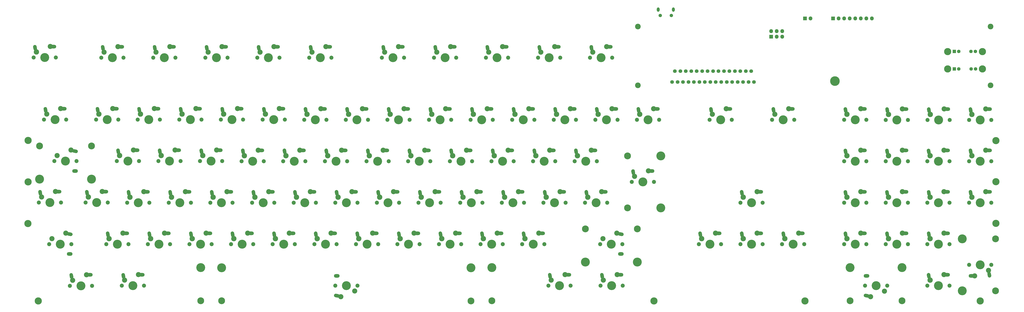
<source format=gbs>
%TF.GenerationSoftware,KiCad,Pcbnew,(5.1.6-0)*%
%TF.CreationDate,2022-03-27T21:26:03+02:00*%
%TF.ProjectId,A500KB,41353030-4b42-42e6-9b69-6361645f7063,rev?*%
%TF.SameCoordinates,Original*%
%TF.FileFunction,Soldermask,Bot*%
%TF.FilePolarity,Negative*%
%FSLAX46Y46*%
G04 Gerber Fmt 4.6, Leading zero omitted, Abs format (unit mm)*
G04 Created by KiCad (PCBNEW (5.1.6-0)) date 2022-03-27 21:26:03*
%MOMM*%
%LPD*%
G01*
G04 APERTURE LIST*
%ADD10O,2.624000X1.624000*%
%ADD11C,2.350000*%
%ADD12C,3.148000*%
%ADD13C,4.087800*%
%ADD14C,1.850000*%
%ADD15O,1.300000X2.000000*%
%ADD16C,1.550000*%
%ADD17C,4.400000*%
%ADD18C,2.600000*%
%ADD19C,3.300000*%
%ADD20C,2.450000*%
%ADD21C,1.600000*%
%ADD22R,1.600000X1.600000*%
%ADD23O,1.800000X1.800000*%
%ADD24R,1.800000X1.800000*%
%ADD25C,1.700000*%
G04 APERTURE END LIST*
%TO.C,MX33*%
G36*
G01*
X170537709Y-355797545D02*
X170537709Y-355797545D01*
G75*
G02*
X169585691Y-356439689I-797081J154937D01*
G01*
X168604063Y-356248881D01*
G75*
G02*
X167961919Y-355296863I154937J797081D01*
G01*
X167961919Y-355296863D01*
G75*
G02*
X168913937Y-354654719I797081J-154937D01*
G01*
X169895565Y-354845527D01*
G75*
G02*
X170537709Y-355797545I-154937J-797081D01*
G01*
G37*
D10*
X169259000Y-346451800D03*
D11*
X171069000Y-356031800D03*
X177469000Y-353441800D03*
D12*
X116534000Y-357936800D03*
D13*
X116534000Y-342746800D03*
X230709000Y-342751800D03*
D12*
X230709000Y-357951800D03*
D13*
X106934000Y-342696800D03*
X240284000Y-342696800D03*
D12*
X106934000Y-357936800D03*
X240284000Y-357936800D03*
D14*
X168529000Y-350951800D03*
X178689000Y-350951800D03*
D13*
X173609000Y-350951800D03*
%TD*%
D15*
%TO.C,J2*%
X316450000Y-224150000D03*
X323450000Y-224150000D03*
D16*
X317450000Y-226850000D03*
X322450000Y-226850000D03*
%TD*%
D17*
%TO.C,H19*%
X397450000Y-257000000D03*
%TD*%
D18*
%TO.C,H18*%
X468700000Y-231950000D03*
%TD*%
%TO.C,H17*%
X468700000Y-258950000D03*
%TD*%
%TO.C,H16*%
X307200000Y-231950000D03*
%TD*%
%TO.C,H15*%
X307200000Y-258950000D03*
%TD*%
D19*
%TO.C,H14*%
X463950000Y-358000000D03*
%TD*%
%TO.C,H13*%
X32500000Y-358000000D03*
%TD*%
%TO.C,H12*%
X471200000Y-322350000D03*
%TD*%
%TO.C,H11*%
X471200000Y-303200000D03*
%TD*%
%TO.C,H10*%
X471200000Y-284300000D03*
%TD*%
%TO.C,H9*%
X383700000Y-358000000D03*
%TD*%
%TO.C,H8*%
X314500000Y-358000000D03*
%TD*%
%TO.C,H7*%
X27800000Y-322400000D03*
%TD*%
%TO.C,H6*%
X27850000Y-303250000D03*
%TD*%
%TO.C,H5*%
X27850000Y-284200000D03*
%TD*%
%TO.C,H4*%
X464950000Y-243400000D03*
%TD*%
%TO.C,H3*%
X449050000Y-243400000D03*
%TD*%
%TO.C,H2*%
X449084000Y-251375000D03*
%TD*%
%TO.C,H1*%
X464950000Y-251375000D03*
%TD*%
D10*
%TO.C,MX55*%
X239661200Y-269726400D03*
G36*
G01*
X231020198Y-268926736D02*
X231020198Y-268926736D01*
G75*
G02*
X231960864Y-269585398I141002J-799664D01*
G01*
X232134512Y-270570206D01*
G75*
G02*
X231475850Y-271510872I-799664J-141002D01*
G01*
X231475850Y-271510872D01*
G75*
G02*
X230535184Y-270852210I-141002J799664D01*
G01*
X230361536Y-269867402D01*
G75*
G02*
X231020198Y-268926736I799664J141002D01*
G01*
G37*
D11*
X238201200Y-269646400D03*
D13*
X235661200Y-274726400D03*
D20*
X231851200Y-272186400D03*
D14*
X230581200Y-274726400D03*
X240741200Y-274726400D03*
%TD*%
%TO.C,MX83*%
G36*
G01*
X413202959Y-355797545D02*
X413202959Y-355797545D01*
G75*
G02*
X412250941Y-356439689I-797081J154937D01*
G01*
X411269313Y-356248881D01*
G75*
G02*
X410627169Y-355296863I154937J797081D01*
G01*
X410627169Y-355296863D01*
G75*
G02*
X411579187Y-354654719I797081J-154937D01*
G01*
X412560815Y-354845527D01*
G75*
G02*
X413202959Y-355797545I-154937J-797081D01*
G01*
G37*
D10*
X411924250Y-346451800D03*
D11*
X413734250Y-356031800D03*
D13*
X416274250Y-350951800D03*
D11*
X420084250Y-353491800D03*
D14*
X421354250Y-350951800D03*
X411194250Y-350951800D03*
D12*
X428180500Y-357936800D03*
X404368000Y-357936800D03*
D13*
X428180500Y-342696800D03*
X404368000Y-342696800D03*
%TD*%
D10*
%TO.C,MX87*%
X429784400Y-326898000D03*
G36*
G01*
X421143398Y-326098336D02*
X421143398Y-326098336D01*
G75*
G02*
X422084064Y-326756998I141002J-799664D01*
G01*
X422257712Y-327741806D01*
G75*
G02*
X421599050Y-328682472I-799664J-141002D01*
G01*
X421599050Y-328682472D01*
G75*
G02*
X420658384Y-328023810I-141002J799664D01*
G01*
X420484736Y-327039002D01*
G75*
G02*
X421143398Y-326098336I799664J141002D01*
G01*
G37*
D11*
X428324400Y-326818000D03*
D13*
X425784400Y-331898000D03*
D20*
X421974400Y-329358000D03*
D14*
X420704400Y-331898000D03*
X430864400Y-331898000D03*
%TD*%
%TO.C,MX3*%
G36*
G01*
X48048341Y-288905255D02*
X48048341Y-288905255D01*
G75*
G02*
X49000359Y-288263111I797081J-154937D01*
G01*
X49981987Y-288453919D01*
G75*
G02*
X50624131Y-289405937I-154937J-797081D01*
G01*
X50624131Y-289405937D01*
G75*
G02*
X49672113Y-290048081I-797081J154937D01*
G01*
X48690485Y-289857273D01*
G75*
G02*
X48048341Y-288905255I154937J797081D01*
G01*
G37*
D10*
X49327050Y-298251000D03*
D11*
X47517050Y-288671000D03*
D13*
X44977050Y-293751000D03*
D11*
X41167050Y-291211000D03*
D14*
X39897050Y-293751000D03*
X50057050Y-293751000D03*
D12*
X33070800Y-286766000D03*
X56883300Y-286766000D03*
D13*
X33070800Y-302006000D03*
X56883300Y-302006000D03*
%TD*%
D21*
%TO.C,D4*%
X461832000Y-251375000D03*
X459782000Y-251375000D03*
D22*
X452132000Y-251375000D03*
D21*
X454182000Y-251375000D03*
%TD*%
%TO.C,D3*%
X461784000Y-243374000D03*
X459734000Y-243374000D03*
D22*
X452084000Y-243374000D03*
D21*
X454134000Y-243374000D03*
%TD*%
D23*
%TO.C,J5*%
X386240000Y-228200000D03*
D24*
X383700000Y-228200000D03*
%TD*%
D23*
%TO.C,J4*%
X414380000Y-228200000D03*
X411840000Y-228200000D03*
X409300000Y-228200000D03*
X406760000Y-228200000D03*
X404220000Y-228200000D03*
X401680000Y-228200000D03*
X399140000Y-228200000D03*
D24*
X396600000Y-228200000D03*
%TD*%
D23*
%TO.C,J3*%
X373280000Y-234060000D03*
X373280000Y-236600000D03*
X370740000Y-234060000D03*
X370740000Y-236600000D03*
X368200000Y-234060000D03*
D24*
X368200000Y-236600000D03*
%TD*%
D10*
%TO.C,MX96*%
X459981800Y-346426800D03*
G36*
G01*
X468372802Y-347226464D02*
X468372802Y-347226464D01*
G75*
G02*
X467432136Y-346567802I-141002J799664D01*
G01*
X467258488Y-345582994D01*
G75*
G02*
X467917150Y-344642328I799664J141002D01*
G01*
X467917150Y-344642328D01*
G75*
G02*
X468857816Y-345300990I141002J-799664D01*
G01*
X469031464Y-346285798D01*
G75*
G02*
X468372802Y-347226464I-799664J-141002D01*
G01*
G37*
D12*
X470966800Y-353364800D03*
X470966800Y-329488800D03*
D14*
X458901800Y-341426800D03*
X469061800Y-341426800D03*
D11*
X467791800Y-343966800D03*
D13*
X463981800Y-341426800D03*
D11*
X461441800Y-346506800D03*
D13*
X455726800Y-353364800D03*
X455726800Y-329488800D03*
%TD*%
D10*
%TO.C,MX71*%
X313452400Y-298297600D03*
G36*
G01*
X304811398Y-297497936D02*
X304811398Y-297497936D01*
G75*
G02*
X305752064Y-298156598I141002J-799664D01*
G01*
X305925712Y-299141406D01*
G75*
G02*
X305267050Y-300082072I-799664J-141002D01*
G01*
X305267050Y-300082072D01*
G75*
G02*
X304326384Y-299423410I-141002J799664D01*
G01*
X304152736Y-298438602D01*
G75*
G02*
X304811398Y-297497936I799664J141002D01*
G01*
G37*
D11*
X311992400Y-298217600D03*
D13*
X309452400Y-303297600D03*
D11*
X305642400Y-300757600D03*
D14*
X304372400Y-303297600D03*
X314532400Y-303297600D03*
D12*
X302467400Y-315235600D03*
X302467400Y-291359600D03*
D13*
X317707400Y-315235600D03*
X317707400Y-291359600D03*
%TD*%
%TO.C,MX68*%
G36*
G01*
X298066891Y-327030655D02*
X298066891Y-327030655D01*
G75*
G02*
X299018909Y-326388511I797081J-154937D01*
G01*
X300000537Y-326579319D01*
G75*
G02*
X300642681Y-327531337I-154937J-797081D01*
G01*
X300642681Y-327531337D01*
G75*
G02*
X299690663Y-328173481I-797081J154937D01*
G01*
X298709035Y-327982673D01*
G75*
G02*
X298066891Y-327030655I154937J797081D01*
G01*
G37*
D10*
X299345600Y-336376400D03*
D11*
X297535600Y-326796400D03*
D13*
X294995600Y-331876400D03*
D11*
X291185600Y-329336400D03*
D14*
X289915600Y-331876400D03*
X300075600Y-331876400D03*
D12*
X283089350Y-324891400D03*
X306901850Y-324891400D03*
D13*
X283089350Y-340131400D03*
X306901850Y-340131400D03*
%TD*%
D10*
%TO.C,MX77*%
X377714400Y-269748000D03*
G36*
G01*
X369073398Y-268948336D02*
X369073398Y-268948336D01*
G75*
G02*
X370014064Y-269606998I141002J-799664D01*
G01*
X370187712Y-270591806D01*
G75*
G02*
X369529050Y-271532472I-799664J-141002D01*
G01*
X369529050Y-271532472D01*
G75*
G02*
X368588384Y-270873810I-141002J799664D01*
G01*
X368414736Y-269889002D01*
G75*
G02*
X369073398Y-268948336I799664J141002D01*
G01*
G37*
D11*
X376254400Y-269668000D03*
D13*
X373714400Y-274748000D03*
D11*
X369904400Y-272208000D03*
D14*
X368634400Y-274748000D03*
X378794400Y-274748000D03*
%TD*%
D10*
%TO.C,MX73*%
X349114000Y-269748000D03*
G36*
G01*
X340472998Y-268948336D02*
X340472998Y-268948336D01*
G75*
G02*
X341413664Y-269606998I141002J-799664D01*
G01*
X341587312Y-270591806D01*
G75*
G02*
X340928650Y-271532472I-799664J-141002D01*
G01*
X340928650Y-271532472D01*
G75*
G02*
X339987984Y-270873810I-141002J799664D01*
G01*
X339814336Y-269889002D01*
G75*
G02*
X340472998Y-268948336I799664J141002D01*
G01*
G37*
D11*
X347654000Y-269668000D03*
D13*
X345114000Y-274748000D03*
D11*
X341304000Y-272208000D03*
D14*
X340034000Y-274748000D03*
X350194000Y-274748000D03*
%TD*%
%TO.C,MX64*%
G36*
G01*
X290536598Y-345148336D02*
X290536598Y-345148336D01*
G75*
G02*
X291477264Y-345806998I141002J-799664D01*
G01*
X291650912Y-346791806D01*
G75*
G02*
X290992250Y-347732472I-799664J-141002D01*
G01*
X290992250Y-347732472D01*
G75*
G02*
X290051584Y-347073810I-141002J799664D01*
G01*
X289877936Y-346089002D01*
G75*
G02*
X290536598Y-345148336I799664J141002D01*
G01*
G37*
D10*
X299177600Y-345948000D03*
D11*
X297717600Y-345868000D03*
D13*
X295177600Y-350948000D03*
D11*
X291367600Y-348408000D03*
D14*
X290097600Y-350948000D03*
X300257600Y-350948000D03*
%TD*%
%TO.C,MX59*%
G36*
G01*
X266660598Y-345148336D02*
X266660598Y-345148336D01*
G75*
G02*
X267601264Y-345806998I141002J-799664D01*
G01*
X267774912Y-346791806D01*
G75*
G02*
X267116250Y-347732472I-799664J-141002D01*
G01*
X267116250Y-347732472D01*
G75*
G02*
X266175584Y-347073810I-141002J799664D01*
G01*
X266001936Y-346089002D01*
G75*
G02*
X266660598Y-345148336I799664J141002D01*
G01*
G37*
D10*
X275301600Y-345948000D03*
D11*
X273841600Y-345868000D03*
D13*
X271301600Y-350948000D03*
D11*
X267491600Y-348408000D03*
D14*
X266221600Y-350948000D03*
X276381600Y-350948000D03*
%TD*%
%TO.C,MX54*%
G36*
G01*
X285680998Y-240427936D02*
X285680998Y-240427936D01*
G75*
G02*
X286621664Y-241086598I141002J-799664D01*
G01*
X286795312Y-242071406D01*
G75*
G02*
X286136650Y-243012072I-799664J-141002D01*
G01*
X286136650Y-243012072D01*
G75*
G02*
X285195984Y-242353410I-141002J799664D01*
G01*
X285022336Y-241368602D01*
G75*
G02*
X285680998Y-240427936I799664J141002D01*
G01*
G37*
D10*
X294322000Y-241227600D03*
D11*
X292862000Y-241147600D03*
D13*
X290322000Y-246227600D03*
D11*
X286512000Y-243687600D03*
D14*
X285242000Y-246227600D03*
X295402000Y-246227600D03*
%TD*%
%TO.C,MX49*%
G36*
G01*
X261876998Y-240449536D02*
X261876998Y-240449536D01*
G75*
G02*
X262817664Y-241108198I141002J-799664D01*
G01*
X262991312Y-242093006D01*
G75*
G02*
X262332650Y-243033672I-799664J-141002D01*
G01*
X262332650Y-243033672D01*
G75*
G02*
X261391984Y-242375010I-141002J799664D01*
G01*
X261218336Y-241390202D01*
G75*
G02*
X261876998Y-240449536I799664J141002D01*
G01*
G37*
D10*
X270518000Y-241249200D03*
D11*
X269058000Y-241169200D03*
D13*
X266518000Y-246249200D03*
D11*
X262708000Y-243709200D03*
D14*
X261438000Y-246249200D03*
X271598000Y-246249200D03*
%TD*%
%TO.C,MX44*%
G36*
G01*
X238030598Y-240427936D02*
X238030598Y-240427936D01*
G75*
G02*
X238971264Y-241086598I141002J-799664D01*
G01*
X239144912Y-242071406D01*
G75*
G02*
X238486250Y-243012072I-799664J-141002D01*
G01*
X238486250Y-243012072D01*
G75*
G02*
X237545584Y-242353410I-141002J799664D01*
G01*
X237371936Y-241368602D01*
G75*
G02*
X238030598Y-240427936I799664J141002D01*
G01*
G37*
D10*
X246671600Y-241227600D03*
D11*
X245211600Y-241147600D03*
D13*
X242671600Y-246227600D03*
D11*
X238861600Y-243687600D03*
D14*
X237591600Y-246227600D03*
X247751600Y-246227600D03*
%TD*%
%TO.C,MX39*%
G36*
G01*
X214205398Y-240427936D02*
X214205398Y-240427936D01*
G75*
G02*
X215146064Y-241086598I141002J-799664D01*
G01*
X215319712Y-242071406D01*
G75*
G02*
X214661050Y-243012072I-799664J-141002D01*
G01*
X214661050Y-243012072D01*
G75*
G02*
X213720384Y-242353410I-141002J799664D01*
G01*
X213546736Y-241368602D01*
G75*
G02*
X214205398Y-240427936I799664J141002D01*
G01*
G37*
D10*
X222846400Y-241227600D03*
D11*
X221386400Y-241147600D03*
D13*
X218846400Y-246227600D03*
D11*
X215036400Y-243687600D03*
D14*
X213766400Y-246227600D03*
X223926400Y-246227600D03*
%TD*%
%TO.C,MX34*%
G36*
G01*
X190380198Y-240427936D02*
X190380198Y-240427936D01*
G75*
G02*
X191320864Y-241086598I141002J-799664D01*
G01*
X191494512Y-242071406D01*
G75*
G02*
X190835850Y-243012072I-799664J-141002D01*
G01*
X190835850Y-243012072D01*
G75*
G02*
X189895184Y-242353410I-141002J799664D01*
G01*
X189721536Y-241368602D01*
G75*
G02*
X190380198Y-240427936I799664J141002D01*
G01*
G37*
D10*
X199021200Y-241227600D03*
D11*
X197561200Y-241147600D03*
D13*
X195021200Y-246227600D03*
D11*
X191211200Y-243687600D03*
D14*
X189941200Y-246227600D03*
X200101200Y-246227600D03*
%TD*%
%TO.C,MX28*%
G36*
G01*
X157106198Y-240427936D02*
X157106198Y-240427936D01*
G75*
G02*
X158046864Y-241086598I141002J-799664D01*
G01*
X158220512Y-242071406D01*
G75*
G02*
X157561850Y-243012072I-799664J-141002D01*
G01*
X157561850Y-243012072D01*
G75*
G02*
X156621184Y-242353410I-141002J799664D01*
G01*
X156447536Y-241368602D01*
G75*
G02*
X157106198Y-240427936I799664J141002D01*
G01*
G37*
D10*
X165747200Y-241227600D03*
D11*
X164287200Y-241147600D03*
D13*
X161747200Y-246227600D03*
D11*
X157937200Y-243687600D03*
D14*
X156667200Y-246227600D03*
X166827200Y-246227600D03*
%TD*%
%TO.C,MX23*%
G36*
G01*
X133280998Y-240427936D02*
X133280998Y-240427936D01*
G75*
G02*
X134221664Y-241086598I141002J-799664D01*
G01*
X134395312Y-242071406D01*
G75*
G02*
X133736650Y-243012072I-799664J-141002D01*
G01*
X133736650Y-243012072D01*
G75*
G02*
X132795984Y-242353410I-141002J799664D01*
G01*
X132622336Y-241368602D01*
G75*
G02*
X133280998Y-240427936I799664J141002D01*
G01*
G37*
D10*
X141922000Y-241227600D03*
D11*
X140462000Y-241147600D03*
D13*
X137922000Y-246227600D03*
D11*
X134112000Y-243687600D03*
D14*
X132842000Y-246227600D03*
X143002000Y-246227600D03*
%TD*%
%TO.C,MX18*%
G36*
G01*
X109455798Y-240427936D02*
X109455798Y-240427936D01*
G75*
G02*
X110396464Y-241086598I141002J-799664D01*
G01*
X110570112Y-242071406D01*
G75*
G02*
X109911450Y-243012072I-799664J-141002D01*
G01*
X109911450Y-243012072D01*
G75*
G02*
X108970784Y-242353410I-141002J799664D01*
G01*
X108797136Y-241368602D01*
G75*
G02*
X109455798Y-240427936I799664J141002D01*
G01*
G37*
D10*
X118096800Y-241227600D03*
D11*
X116636800Y-241147600D03*
D13*
X114096800Y-246227600D03*
D11*
X110286800Y-243687600D03*
D14*
X109016800Y-246227600D03*
X119176800Y-246227600D03*
%TD*%
%TO.C,MX13*%
G36*
G01*
X85630598Y-240427936D02*
X85630598Y-240427936D01*
G75*
G02*
X86571264Y-241086598I141002J-799664D01*
G01*
X86744912Y-242071406D01*
G75*
G02*
X86086250Y-243012072I-799664J-141002D01*
G01*
X86086250Y-243012072D01*
G75*
G02*
X85145584Y-242353410I-141002J799664D01*
G01*
X84971936Y-241368602D01*
G75*
G02*
X85630598Y-240427936I799664J141002D01*
G01*
G37*
D10*
X94271600Y-241227600D03*
D11*
X92811600Y-241147600D03*
D13*
X90271600Y-246227600D03*
D11*
X86461600Y-243687600D03*
D14*
X85191600Y-246227600D03*
X95351600Y-246227600D03*
%TD*%
%TO.C,MX12*%
G36*
G01*
X71254198Y-345177536D02*
X71254198Y-345177536D01*
G75*
G02*
X72194864Y-345836198I141002J-799664D01*
G01*
X72368512Y-346821006D01*
G75*
G02*
X71709850Y-347761672I-799664J-141002D01*
G01*
X71709850Y-347761672D01*
G75*
G02*
X70769184Y-347103010I-141002J799664D01*
G01*
X70595536Y-346118202D01*
G75*
G02*
X71254198Y-345177536I799664J141002D01*
G01*
G37*
D10*
X79895200Y-345977200D03*
D11*
X78435200Y-345897200D03*
D13*
X75895200Y-350977200D03*
D11*
X72085200Y-348437200D03*
D14*
X70815200Y-350977200D03*
X80975200Y-350977200D03*
%TD*%
%TO.C,MX7*%
G36*
G01*
X61856198Y-240427936D02*
X61856198Y-240427936D01*
G75*
G02*
X62796864Y-241086598I141002J-799664D01*
G01*
X62970512Y-242071406D01*
G75*
G02*
X62311850Y-243012072I-799664J-141002D01*
G01*
X62311850Y-243012072D01*
G75*
G02*
X61371184Y-242353410I-141002J799664D01*
G01*
X61197536Y-241368602D01*
G75*
G02*
X61856198Y-240427936I799664J141002D01*
G01*
G37*
D10*
X70497200Y-241227600D03*
D11*
X69037200Y-241147600D03*
D13*
X66497200Y-246227600D03*
D11*
X62687200Y-243687600D03*
D14*
X61417200Y-246227600D03*
X71577200Y-246227600D03*
%TD*%
%TO.C,MX6*%
G36*
G01*
X47450198Y-345199136D02*
X47450198Y-345199136D01*
G75*
G02*
X48390864Y-345857798I141002J-799664D01*
G01*
X48564512Y-346842606D01*
G75*
G02*
X47905850Y-347783272I-799664J-141002D01*
G01*
X47905850Y-347783272D01*
G75*
G02*
X46965184Y-347124610I-141002J799664D01*
G01*
X46791536Y-346139802D01*
G75*
G02*
X47450198Y-345199136I799664J141002D01*
G01*
G37*
D10*
X56091200Y-345998800D03*
D11*
X54631200Y-345918800D03*
D13*
X52091200Y-350998800D03*
D11*
X48281200Y-348458800D03*
D14*
X47011200Y-350998800D03*
X57171200Y-350998800D03*
%TD*%
%TO.C,MX5*%
G36*
G01*
X45641691Y-327030655D02*
X45641691Y-327030655D01*
G75*
G02*
X46593709Y-326388511I797081J-154937D01*
G01*
X47575337Y-326579319D01*
G75*
G02*
X48217481Y-327531337I-154937J-797081D01*
G01*
X48217481Y-327531337D01*
G75*
G02*
X47265463Y-328173481I-797081J154937D01*
G01*
X46283835Y-327982673D01*
G75*
G02*
X45641691Y-327030655I154937J797081D01*
G01*
G37*
D10*
X46920400Y-336376400D03*
D11*
X45110400Y-326796400D03*
D13*
X42570400Y-331876400D03*
D11*
X38760400Y-329336400D03*
D14*
X37490400Y-331876400D03*
X47650400Y-331876400D03*
%TD*%
%TO.C,MX4*%
G36*
G01*
X33183798Y-306997536D02*
X33183798Y-306997536D01*
G75*
G02*
X34124464Y-307656198I141002J-799664D01*
G01*
X34298112Y-308641006D01*
G75*
G02*
X33639450Y-309581672I-799664J-141002D01*
G01*
X33639450Y-309581672D01*
G75*
G02*
X32698784Y-308923010I-141002J799664D01*
G01*
X32525136Y-307938202D01*
G75*
G02*
X33183798Y-306997536I799664J141002D01*
G01*
G37*
D10*
X41824800Y-307797200D03*
D11*
X40364800Y-307717200D03*
D13*
X37824800Y-312797200D03*
D11*
X34014800Y-310257200D03*
D14*
X32744800Y-312797200D03*
X42904800Y-312797200D03*
%TD*%
D10*
%TO.C,MX2*%
X44233600Y-269701000D03*
G36*
G01*
X35592598Y-268901336D02*
X35592598Y-268901336D01*
G75*
G02*
X36533264Y-269559998I141002J-799664D01*
G01*
X36706912Y-270544806D01*
G75*
G02*
X36048250Y-271485472I-799664J-141002D01*
G01*
X36048250Y-271485472D01*
G75*
G02*
X35107584Y-270826810I-141002J799664D01*
G01*
X34933936Y-269842002D01*
G75*
G02*
X35592598Y-268901336I799664J141002D01*
G01*
G37*
D11*
X42773600Y-269621000D03*
D13*
X40233600Y-274701000D03*
D11*
X36423600Y-272161000D03*
D14*
X35153600Y-274701000D03*
X45313600Y-274701000D03*
%TD*%
D10*
%TO.C,MX95*%
X468007200Y-307826400D03*
G36*
G01*
X459366198Y-307026736D02*
X459366198Y-307026736D01*
G75*
G02*
X460306864Y-307685398I141002J-799664D01*
G01*
X460480512Y-308670206D01*
G75*
G02*
X459821850Y-309610872I-799664J-141002D01*
G01*
X459821850Y-309610872D01*
G75*
G02*
X458881184Y-308952210I-141002J799664D01*
G01*
X458707536Y-307967402D01*
G75*
G02*
X459366198Y-307026736I799664J141002D01*
G01*
G37*
D11*
X466547200Y-307746400D03*
D13*
X464007200Y-312826400D03*
D20*
X460197200Y-310286400D03*
D14*
X458927200Y-312826400D03*
X469087200Y-312826400D03*
%TD*%
D10*
%TO.C,MX94*%
X468007200Y-288776400D03*
G36*
G01*
X459366198Y-287976736D02*
X459366198Y-287976736D01*
G75*
G02*
X460306864Y-288635398I141002J-799664D01*
G01*
X460480512Y-289620206D01*
G75*
G02*
X459821850Y-290560872I-799664J-141002D01*
G01*
X459821850Y-290560872D01*
G75*
G02*
X458881184Y-289902210I-141002J799664D01*
G01*
X458707536Y-288917402D01*
G75*
G02*
X459366198Y-287976736I799664J141002D01*
G01*
G37*
D11*
X466547200Y-288696400D03*
D13*
X464007200Y-293776400D03*
D20*
X460197200Y-291236400D03*
D14*
X458927200Y-293776400D03*
X469087200Y-293776400D03*
%TD*%
D10*
%TO.C,MX93*%
X468007200Y-269828000D03*
G36*
G01*
X459366198Y-269028336D02*
X459366198Y-269028336D01*
G75*
G02*
X460306864Y-269686998I141002J-799664D01*
G01*
X460480512Y-270671806D01*
G75*
G02*
X459821850Y-271612472I-799664J-141002D01*
G01*
X459821850Y-271612472D01*
G75*
G02*
X458881184Y-270953810I-141002J799664D01*
G01*
X458707536Y-269969002D01*
G75*
G02*
X459366198Y-269028336I799664J141002D01*
G01*
G37*
D11*
X466547200Y-269748000D03*
D13*
X464007200Y-274828000D03*
D20*
X460197200Y-272288000D03*
D14*
X458927200Y-274828000D03*
X469087200Y-274828000D03*
%TD*%
D10*
%TO.C,MX92*%
X448834400Y-345948000D03*
G36*
G01*
X440193398Y-345148336D02*
X440193398Y-345148336D01*
G75*
G02*
X441134064Y-345806998I141002J-799664D01*
G01*
X441307712Y-346791806D01*
G75*
G02*
X440649050Y-347732472I-799664J-141002D01*
G01*
X440649050Y-347732472D01*
G75*
G02*
X439708384Y-347073810I-141002J799664D01*
G01*
X439534736Y-346089002D01*
G75*
G02*
X440193398Y-345148336I799664J141002D01*
G01*
G37*
D11*
X447374400Y-345868000D03*
D13*
X444834400Y-350948000D03*
D20*
X441024400Y-348408000D03*
D14*
X439754400Y-350948000D03*
X449914400Y-350948000D03*
%TD*%
D10*
%TO.C,MX91*%
X448855600Y-326876400D03*
G36*
G01*
X440214598Y-326076736D02*
X440214598Y-326076736D01*
G75*
G02*
X441155264Y-326735398I141002J-799664D01*
G01*
X441328912Y-327720206D01*
G75*
G02*
X440670250Y-328660872I-799664J-141002D01*
G01*
X440670250Y-328660872D01*
G75*
G02*
X439729584Y-328002210I-141002J799664D01*
G01*
X439555936Y-327017402D01*
G75*
G02*
X440214598Y-326076736I799664J141002D01*
G01*
G37*
D11*
X447395600Y-326796400D03*
D13*
X444855600Y-331876400D03*
D20*
X441045600Y-329336400D03*
D14*
X439775600Y-331876400D03*
X449935600Y-331876400D03*
%TD*%
D10*
%TO.C,MX90*%
X448855600Y-307877200D03*
G36*
G01*
X440214598Y-307077536D02*
X440214598Y-307077536D01*
G75*
G02*
X441155264Y-307736198I141002J-799664D01*
G01*
X441328912Y-308721006D01*
G75*
G02*
X440670250Y-309661672I-799664J-141002D01*
G01*
X440670250Y-309661672D01*
G75*
G02*
X439729584Y-309003010I-141002J799664D01*
G01*
X439555936Y-308018202D01*
G75*
G02*
X440214598Y-307077536I799664J141002D01*
G01*
G37*
D11*
X447395600Y-307797200D03*
D13*
X444855600Y-312877200D03*
D20*
X441045600Y-310337200D03*
D14*
X439775600Y-312877200D03*
X449935600Y-312877200D03*
%TD*%
D10*
%TO.C,MX89*%
X448804800Y-288827200D03*
G36*
G01*
X440163798Y-288027536D02*
X440163798Y-288027536D01*
G75*
G02*
X441104464Y-288686198I141002J-799664D01*
G01*
X441278112Y-289671006D01*
G75*
G02*
X440619450Y-290611672I-799664J-141002D01*
G01*
X440619450Y-290611672D01*
G75*
G02*
X439678784Y-289953010I-141002J799664D01*
G01*
X439505136Y-288968202D01*
G75*
G02*
X440163798Y-288027536I799664J141002D01*
G01*
G37*
D11*
X447344800Y-288747200D03*
D13*
X444804800Y-293827200D03*
D20*
X440994800Y-291287200D03*
D14*
X439724800Y-293827200D03*
X449884800Y-293827200D03*
%TD*%
D10*
%TO.C,MX88*%
X448906400Y-269828000D03*
G36*
G01*
X440265398Y-269028336D02*
X440265398Y-269028336D01*
G75*
G02*
X441206064Y-269686998I141002J-799664D01*
G01*
X441379712Y-270671806D01*
G75*
G02*
X440721050Y-271612472I-799664J-141002D01*
G01*
X440721050Y-271612472D01*
G75*
G02*
X439780384Y-270953810I-141002J799664D01*
G01*
X439606736Y-269969002D01*
G75*
G02*
X440265398Y-269028336I799664J141002D01*
G01*
G37*
D11*
X447446400Y-269748000D03*
D13*
X444906400Y-274828000D03*
D20*
X441096400Y-272288000D03*
D14*
X439826400Y-274828000D03*
X449986400Y-274828000D03*
%TD*%
D10*
%TO.C,MX86*%
X429754800Y-307877200D03*
G36*
G01*
X421113798Y-307077536D02*
X421113798Y-307077536D01*
G75*
G02*
X422054464Y-307736198I141002J-799664D01*
G01*
X422228112Y-308721006D01*
G75*
G02*
X421569450Y-309661672I-799664J-141002D01*
G01*
X421569450Y-309661672D01*
G75*
G02*
X420628784Y-309003010I-141002J799664D01*
G01*
X420455136Y-308018202D01*
G75*
G02*
X421113798Y-307077536I799664J141002D01*
G01*
G37*
D11*
X428294800Y-307797200D03*
D13*
X425754800Y-312877200D03*
D20*
X421944800Y-310337200D03*
D14*
X420674800Y-312877200D03*
X430834800Y-312877200D03*
%TD*%
D10*
%TO.C,MX85*%
X429754800Y-288827200D03*
G36*
G01*
X421113798Y-288027536D02*
X421113798Y-288027536D01*
G75*
G02*
X422054464Y-288686198I141002J-799664D01*
G01*
X422228112Y-289671006D01*
G75*
G02*
X421569450Y-290611672I-799664J-141002D01*
G01*
X421569450Y-290611672D01*
G75*
G02*
X420628784Y-289953010I-141002J799664D01*
G01*
X420455136Y-288968202D01*
G75*
G02*
X421113798Y-288027536I799664J141002D01*
G01*
G37*
D11*
X428294800Y-288747200D03*
D13*
X425754800Y-293827200D03*
D20*
X421944800Y-291287200D03*
D14*
X420674800Y-293827200D03*
X430834800Y-293827200D03*
%TD*%
D10*
%TO.C,MX84*%
X429805600Y-269828000D03*
G36*
G01*
X421164598Y-269028336D02*
X421164598Y-269028336D01*
G75*
G02*
X422105264Y-269686998I141002J-799664D01*
G01*
X422278912Y-270671806D01*
G75*
G02*
X421620250Y-271612472I-799664J-141002D01*
G01*
X421620250Y-271612472D01*
G75*
G02*
X420679584Y-270953810I-141002J799664D01*
G01*
X420505936Y-269969002D01*
G75*
G02*
X421164598Y-269028336I799664J141002D01*
G01*
G37*
D11*
X428345600Y-269748000D03*
D13*
X425805600Y-274828000D03*
D20*
X421995600Y-272288000D03*
D14*
X420725600Y-274828000D03*
X430885600Y-274828000D03*
%TD*%
D10*
%TO.C,MX82*%
X410734400Y-326898000D03*
G36*
G01*
X402093398Y-326098336D02*
X402093398Y-326098336D01*
G75*
G02*
X403034064Y-326756998I141002J-799664D01*
G01*
X403207712Y-327741806D01*
G75*
G02*
X402549050Y-328682472I-799664J-141002D01*
G01*
X402549050Y-328682472D01*
G75*
G02*
X401608384Y-328023810I-141002J799664D01*
G01*
X401434736Y-327039002D01*
G75*
G02*
X402093398Y-326098336I799664J141002D01*
G01*
G37*
D11*
X409274400Y-326818000D03*
D13*
X406734400Y-331898000D03*
D20*
X402924400Y-329358000D03*
D14*
X401654400Y-331898000D03*
X411814400Y-331898000D03*
%TD*%
D10*
%TO.C,MX81*%
X410704800Y-307877200D03*
G36*
G01*
X402063798Y-307077536D02*
X402063798Y-307077536D01*
G75*
G02*
X403004464Y-307736198I141002J-799664D01*
G01*
X403178112Y-308721006D01*
G75*
G02*
X402519450Y-309661672I-799664J-141002D01*
G01*
X402519450Y-309661672D01*
G75*
G02*
X401578784Y-309003010I-141002J799664D01*
G01*
X401405136Y-308018202D01*
G75*
G02*
X402063798Y-307077536I799664J141002D01*
G01*
G37*
D11*
X409244800Y-307797200D03*
D13*
X406704800Y-312877200D03*
D20*
X402894800Y-310337200D03*
D14*
X401624800Y-312877200D03*
X411784800Y-312877200D03*
%TD*%
D10*
%TO.C,MX80*%
X410704800Y-288827200D03*
G36*
G01*
X402063798Y-288027536D02*
X402063798Y-288027536D01*
G75*
G02*
X403004464Y-288686198I141002J-799664D01*
G01*
X403178112Y-289671006D01*
G75*
G02*
X402519450Y-290611672I-799664J-141002D01*
G01*
X402519450Y-290611672D01*
G75*
G02*
X401578784Y-289953010I-141002J799664D01*
G01*
X401405136Y-288968202D01*
G75*
G02*
X402063798Y-288027536I799664J141002D01*
G01*
G37*
D11*
X409244800Y-288747200D03*
D13*
X406704800Y-293827200D03*
D20*
X402894800Y-291287200D03*
D14*
X401624800Y-293827200D03*
X411784800Y-293827200D03*
%TD*%
D10*
%TO.C,MX79*%
X410704800Y-269777200D03*
G36*
G01*
X402063798Y-268977536D02*
X402063798Y-268977536D01*
G75*
G02*
X403004464Y-269636198I141002J-799664D01*
G01*
X403178112Y-270621006D01*
G75*
G02*
X402519450Y-271561672I-799664J-141002D01*
G01*
X402519450Y-271561672D01*
G75*
G02*
X401578784Y-270903010I-141002J799664D01*
G01*
X401405136Y-269918202D01*
G75*
G02*
X402063798Y-268977536I799664J141002D01*
G01*
G37*
D11*
X409244800Y-269697200D03*
D13*
X406704800Y-274777200D03*
D20*
X402894800Y-272237200D03*
D14*
X401624800Y-274777200D03*
X411784800Y-274777200D03*
%TD*%
D10*
%TO.C,MX78*%
X382256800Y-326876400D03*
G36*
G01*
X373615798Y-326076736D02*
X373615798Y-326076736D01*
G75*
G02*
X374556464Y-326735398I141002J-799664D01*
G01*
X374730112Y-327720206D01*
G75*
G02*
X374071450Y-328660872I-799664J-141002D01*
G01*
X374071450Y-328660872D01*
G75*
G02*
X373130784Y-328002210I-141002J799664D01*
G01*
X372957136Y-327017402D01*
G75*
G02*
X373615798Y-326076736I799664J141002D01*
G01*
G37*
D11*
X380796800Y-326796400D03*
D13*
X378256800Y-331876400D03*
D20*
X374446800Y-329336400D03*
D14*
X373176800Y-331876400D03*
X383336800Y-331876400D03*
%TD*%
D10*
%TO.C,MX76*%
X363236400Y-326876400D03*
G36*
G01*
X354595398Y-326076736D02*
X354595398Y-326076736D01*
G75*
G02*
X355536064Y-326735398I141002J-799664D01*
G01*
X355709712Y-327720206D01*
G75*
G02*
X355051050Y-328660872I-799664J-141002D01*
G01*
X355051050Y-328660872D01*
G75*
G02*
X354110384Y-328002210I-141002J799664D01*
G01*
X353936736Y-327017402D01*
G75*
G02*
X354595398Y-326076736I799664J141002D01*
G01*
G37*
D11*
X361776400Y-326796400D03*
D13*
X359236400Y-331876400D03*
D20*
X355426400Y-329336400D03*
D14*
X354156400Y-331876400D03*
X364316400Y-331876400D03*
%TD*%
D10*
%TO.C,MX75*%
X363206800Y-307826400D03*
G36*
G01*
X354565798Y-307026736D02*
X354565798Y-307026736D01*
G75*
G02*
X355506464Y-307685398I141002J-799664D01*
G01*
X355680112Y-308670206D01*
G75*
G02*
X355021450Y-309610872I-799664J-141002D01*
G01*
X355021450Y-309610872D01*
G75*
G02*
X354080784Y-308952210I-141002J799664D01*
G01*
X353907136Y-307967402D01*
G75*
G02*
X354565798Y-307026736I799664J141002D01*
G01*
G37*
D11*
X361746800Y-307746400D03*
D13*
X359206800Y-312826400D03*
D20*
X355396800Y-310286400D03*
D14*
X354126800Y-312826400D03*
X364286800Y-312826400D03*
%TD*%
D10*
%TO.C,MX74*%
X344156800Y-326876400D03*
G36*
G01*
X335515798Y-326076736D02*
X335515798Y-326076736D01*
G75*
G02*
X336456464Y-326735398I141002J-799664D01*
G01*
X336630112Y-327720206D01*
G75*
G02*
X335971450Y-328660872I-799664J-141002D01*
G01*
X335971450Y-328660872D01*
G75*
G02*
X335030784Y-328002210I-141002J799664D01*
G01*
X334857136Y-327017402D01*
G75*
G02*
X335515798Y-326076736I799664J141002D01*
G01*
G37*
D11*
X342696800Y-326796400D03*
D13*
X340156800Y-331876400D03*
D20*
X336346800Y-329336400D03*
D14*
X335076800Y-331876400D03*
X345236800Y-331876400D03*
%TD*%
D10*
%TO.C,MX72*%
X315861200Y-269726400D03*
G36*
G01*
X307220198Y-268926736D02*
X307220198Y-268926736D01*
G75*
G02*
X308160864Y-269585398I141002J-799664D01*
G01*
X308334512Y-270570206D01*
G75*
G02*
X307675850Y-271510872I-799664J-141002D01*
G01*
X307675850Y-271510872D01*
G75*
G02*
X306735184Y-270852210I-141002J799664D01*
G01*
X306561536Y-269867402D01*
G75*
G02*
X307220198Y-268926736I799664J141002D01*
G01*
G37*
D11*
X314401200Y-269646400D03*
D13*
X311861200Y-274726400D03*
D20*
X308051200Y-272186400D03*
D14*
X306781200Y-274726400D03*
X316941200Y-274726400D03*
%TD*%
D10*
%TO.C,MX70*%
X292036000Y-307826400D03*
G36*
G01*
X283394998Y-307026736D02*
X283394998Y-307026736D01*
G75*
G02*
X284335664Y-307685398I141002J-799664D01*
G01*
X284509312Y-308670206D01*
G75*
G02*
X283850650Y-309610872I-799664J-141002D01*
G01*
X283850650Y-309610872D01*
G75*
G02*
X282909984Y-308952210I-141002J799664D01*
G01*
X282736336Y-307967402D01*
G75*
G02*
X283394998Y-307026736I799664J141002D01*
G01*
G37*
D11*
X290576000Y-307746400D03*
D13*
X288036000Y-312826400D03*
D20*
X284226000Y-310286400D03*
D14*
X282956000Y-312826400D03*
X293116000Y-312826400D03*
%TD*%
D10*
%TO.C,MX69*%
X296811200Y-269726400D03*
G36*
G01*
X288170198Y-268926736D02*
X288170198Y-268926736D01*
G75*
G02*
X289110864Y-269585398I141002J-799664D01*
G01*
X289284512Y-270570206D01*
G75*
G02*
X288625850Y-271510872I-799664J-141002D01*
G01*
X288625850Y-271510872D01*
G75*
G02*
X287685184Y-270852210I-141002J799664D01*
G01*
X287511536Y-269867402D01*
G75*
G02*
X288170198Y-268926736I799664J141002D01*
G01*
G37*
D11*
X295351200Y-269646400D03*
D13*
X292811200Y-274726400D03*
D20*
X289001200Y-272186400D03*
D14*
X287731200Y-274726400D03*
X297891200Y-274726400D03*
%TD*%
D10*
%TO.C,MX67*%
X272986000Y-307826400D03*
G36*
G01*
X264344998Y-307026736D02*
X264344998Y-307026736D01*
G75*
G02*
X265285664Y-307685398I141002J-799664D01*
G01*
X265459312Y-308670206D01*
G75*
G02*
X264800650Y-309610872I-799664J-141002D01*
G01*
X264800650Y-309610872D01*
G75*
G02*
X263859984Y-308952210I-141002J799664D01*
G01*
X263686336Y-307967402D01*
G75*
G02*
X264344998Y-307026736I799664J141002D01*
G01*
G37*
D11*
X271526000Y-307746400D03*
D13*
X268986000Y-312826400D03*
D20*
X265176000Y-310286400D03*
D14*
X263906000Y-312826400D03*
X274066000Y-312826400D03*
%TD*%
D10*
%TO.C,MX66*%
X287260800Y-288776400D03*
G36*
G01*
X278619798Y-287976736D02*
X278619798Y-287976736D01*
G75*
G02*
X279560464Y-288635398I141002J-799664D01*
G01*
X279734112Y-289620206D01*
G75*
G02*
X279075450Y-290560872I-799664J-141002D01*
G01*
X279075450Y-290560872D01*
G75*
G02*
X278134784Y-289902210I-141002J799664D01*
G01*
X277961136Y-288917402D01*
G75*
G02*
X278619798Y-287976736I799664J141002D01*
G01*
G37*
D11*
X285800800Y-288696400D03*
D13*
X283260800Y-293776400D03*
D20*
X279450800Y-291236400D03*
D14*
X278180800Y-293776400D03*
X288340800Y-293776400D03*
%TD*%
D10*
%TO.C,MX65*%
X277761200Y-269726400D03*
G36*
G01*
X269120198Y-268926736D02*
X269120198Y-268926736D01*
G75*
G02*
X270060864Y-269585398I141002J-799664D01*
G01*
X270234512Y-270570206D01*
G75*
G02*
X269575850Y-271510872I-799664J-141002D01*
G01*
X269575850Y-271510872D01*
G75*
G02*
X268635184Y-270852210I-141002J799664D01*
G01*
X268461536Y-269867402D01*
G75*
G02*
X269120198Y-268926736I799664J141002D01*
G01*
G37*
D11*
X276301200Y-269646400D03*
D13*
X273761200Y-274726400D03*
D20*
X269951200Y-272186400D03*
D14*
X268681200Y-274726400D03*
X278841200Y-274726400D03*
%TD*%
D10*
%TO.C,MX63*%
X263283200Y-326876400D03*
G36*
G01*
X254642198Y-326076736D02*
X254642198Y-326076736D01*
G75*
G02*
X255582864Y-326735398I141002J-799664D01*
G01*
X255756512Y-327720206D01*
G75*
G02*
X255097850Y-328660872I-799664J-141002D01*
G01*
X255097850Y-328660872D01*
G75*
G02*
X254157184Y-328002210I-141002J799664D01*
G01*
X253983536Y-327017402D01*
G75*
G02*
X254642198Y-326076736I799664J141002D01*
G01*
G37*
D11*
X261823200Y-326796400D03*
D13*
X259283200Y-331876400D03*
D20*
X255473200Y-329336400D03*
D14*
X254203200Y-331876400D03*
X264363200Y-331876400D03*
%TD*%
D10*
%TO.C,MX62*%
X253936000Y-307826400D03*
G36*
G01*
X245294998Y-307026736D02*
X245294998Y-307026736D01*
G75*
G02*
X246235664Y-307685398I141002J-799664D01*
G01*
X246409312Y-308670206D01*
G75*
G02*
X245750650Y-309610872I-799664J-141002D01*
G01*
X245750650Y-309610872D01*
G75*
G02*
X244809984Y-308952210I-141002J799664D01*
G01*
X244636336Y-307967402D01*
G75*
G02*
X245294998Y-307026736I799664J141002D01*
G01*
G37*
D11*
X252476000Y-307746400D03*
D13*
X249936000Y-312826400D03*
D20*
X246126000Y-310286400D03*
D14*
X244856000Y-312826400D03*
X255016000Y-312826400D03*
%TD*%
D10*
%TO.C,MX61*%
X268210800Y-288776400D03*
G36*
G01*
X259569798Y-287976736D02*
X259569798Y-287976736D01*
G75*
G02*
X260510464Y-288635398I141002J-799664D01*
G01*
X260684112Y-289620206D01*
G75*
G02*
X260025450Y-290560872I-799664J-141002D01*
G01*
X260025450Y-290560872D01*
G75*
G02*
X259084784Y-289902210I-141002J799664D01*
G01*
X258911136Y-288917402D01*
G75*
G02*
X259569798Y-287976736I799664J141002D01*
G01*
G37*
D11*
X266750800Y-288696400D03*
D13*
X264210800Y-293776400D03*
D20*
X260400800Y-291236400D03*
D14*
X259130800Y-293776400D03*
X269290800Y-293776400D03*
%TD*%
D10*
%TO.C,MX60*%
X258711200Y-269726400D03*
G36*
G01*
X250070198Y-268926736D02*
X250070198Y-268926736D01*
G75*
G02*
X251010864Y-269585398I141002J-799664D01*
G01*
X251184512Y-270570206D01*
G75*
G02*
X250525850Y-271510872I-799664J-141002D01*
G01*
X250525850Y-271510872D01*
G75*
G02*
X249585184Y-270852210I-141002J799664D01*
G01*
X249411536Y-269867402D01*
G75*
G02*
X250070198Y-268926736I799664J141002D01*
G01*
G37*
D11*
X257251200Y-269646400D03*
D13*
X254711200Y-274726400D03*
D20*
X250901200Y-272186400D03*
D14*
X249631200Y-274726400D03*
X259791200Y-274726400D03*
%TD*%
D10*
%TO.C,MX58*%
X244233200Y-326876400D03*
G36*
G01*
X235592198Y-326076736D02*
X235592198Y-326076736D01*
G75*
G02*
X236532864Y-326735398I141002J-799664D01*
G01*
X236706512Y-327720206D01*
G75*
G02*
X236047850Y-328660872I-799664J-141002D01*
G01*
X236047850Y-328660872D01*
G75*
G02*
X235107184Y-328002210I-141002J799664D01*
G01*
X234933536Y-327017402D01*
G75*
G02*
X235592198Y-326076736I799664J141002D01*
G01*
G37*
D11*
X242773200Y-326796400D03*
D13*
X240233200Y-331876400D03*
D20*
X236423200Y-329336400D03*
D14*
X235153200Y-331876400D03*
X245313200Y-331876400D03*
%TD*%
D10*
%TO.C,MX57*%
X234886000Y-307826400D03*
G36*
G01*
X226244998Y-307026736D02*
X226244998Y-307026736D01*
G75*
G02*
X227185664Y-307685398I141002J-799664D01*
G01*
X227359312Y-308670206D01*
G75*
G02*
X226700650Y-309610872I-799664J-141002D01*
G01*
X226700650Y-309610872D01*
G75*
G02*
X225759984Y-308952210I-141002J799664D01*
G01*
X225586336Y-307967402D01*
G75*
G02*
X226244998Y-307026736I799664J141002D01*
G01*
G37*
D11*
X233426000Y-307746400D03*
D13*
X230886000Y-312826400D03*
D20*
X227076000Y-310286400D03*
D14*
X225806000Y-312826400D03*
X235966000Y-312826400D03*
%TD*%
D10*
%TO.C,MX56*%
X249160800Y-288776400D03*
G36*
G01*
X240519798Y-287976736D02*
X240519798Y-287976736D01*
G75*
G02*
X241460464Y-288635398I141002J-799664D01*
G01*
X241634112Y-289620206D01*
G75*
G02*
X240975450Y-290560872I-799664J-141002D01*
G01*
X240975450Y-290560872D01*
G75*
G02*
X240034784Y-289902210I-141002J799664D01*
G01*
X239861136Y-288917402D01*
G75*
G02*
X240519798Y-287976736I799664J141002D01*
G01*
G37*
D11*
X247700800Y-288696400D03*
D13*
X245160800Y-293776400D03*
D20*
X241350800Y-291236400D03*
D14*
X240080800Y-293776400D03*
X250240800Y-293776400D03*
%TD*%
D10*
%TO.C,MX53*%
X225183200Y-326876400D03*
G36*
G01*
X216542198Y-326076736D02*
X216542198Y-326076736D01*
G75*
G02*
X217482864Y-326735398I141002J-799664D01*
G01*
X217656512Y-327720206D01*
G75*
G02*
X216997850Y-328660872I-799664J-141002D01*
G01*
X216997850Y-328660872D01*
G75*
G02*
X216057184Y-328002210I-141002J799664D01*
G01*
X215883536Y-327017402D01*
G75*
G02*
X216542198Y-326076736I799664J141002D01*
G01*
G37*
D11*
X223723200Y-326796400D03*
D13*
X221183200Y-331876400D03*
D20*
X217373200Y-329336400D03*
D14*
X216103200Y-331876400D03*
X226263200Y-331876400D03*
%TD*%
D10*
%TO.C,MX52*%
X215785200Y-307826400D03*
G36*
G01*
X207144198Y-307026736D02*
X207144198Y-307026736D01*
G75*
G02*
X208084864Y-307685398I141002J-799664D01*
G01*
X208258512Y-308670206D01*
G75*
G02*
X207599850Y-309610872I-799664J-141002D01*
G01*
X207599850Y-309610872D01*
G75*
G02*
X206659184Y-308952210I-141002J799664D01*
G01*
X206485536Y-307967402D01*
G75*
G02*
X207144198Y-307026736I799664J141002D01*
G01*
G37*
D11*
X214325200Y-307746400D03*
D13*
X211785200Y-312826400D03*
D20*
X207975200Y-310286400D03*
D14*
X206705200Y-312826400D03*
X216865200Y-312826400D03*
%TD*%
D10*
%TO.C,MX51*%
X230110800Y-288776400D03*
G36*
G01*
X221469798Y-287976736D02*
X221469798Y-287976736D01*
G75*
G02*
X222410464Y-288635398I141002J-799664D01*
G01*
X222584112Y-289620206D01*
G75*
G02*
X221925450Y-290560872I-799664J-141002D01*
G01*
X221925450Y-290560872D01*
G75*
G02*
X220984784Y-289902210I-141002J799664D01*
G01*
X220811136Y-288917402D01*
G75*
G02*
X221469798Y-287976736I799664J141002D01*
G01*
G37*
D11*
X228650800Y-288696400D03*
D13*
X226110800Y-293776400D03*
D20*
X222300800Y-291236400D03*
D14*
X221030800Y-293776400D03*
X231190800Y-293776400D03*
%TD*%
D10*
%TO.C,MX50*%
X220611200Y-269726400D03*
G36*
G01*
X211970198Y-268926736D02*
X211970198Y-268926736D01*
G75*
G02*
X212910864Y-269585398I141002J-799664D01*
G01*
X213084512Y-270570206D01*
G75*
G02*
X212425850Y-271510872I-799664J-141002D01*
G01*
X212425850Y-271510872D01*
G75*
G02*
X211485184Y-270852210I-141002J799664D01*
G01*
X211311536Y-269867402D01*
G75*
G02*
X211970198Y-268926736I799664J141002D01*
G01*
G37*
D11*
X219151200Y-269646400D03*
D13*
X216611200Y-274726400D03*
D20*
X212801200Y-272186400D03*
D14*
X211531200Y-274726400D03*
X221691200Y-274726400D03*
%TD*%
D10*
%TO.C,MX48*%
X206133200Y-326876400D03*
G36*
G01*
X197492198Y-326076736D02*
X197492198Y-326076736D01*
G75*
G02*
X198432864Y-326735398I141002J-799664D01*
G01*
X198606512Y-327720206D01*
G75*
G02*
X197947850Y-328660872I-799664J-141002D01*
G01*
X197947850Y-328660872D01*
G75*
G02*
X197007184Y-328002210I-141002J799664D01*
G01*
X196833536Y-327017402D01*
G75*
G02*
X197492198Y-326076736I799664J141002D01*
G01*
G37*
D11*
X204673200Y-326796400D03*
D13*
X202133200Y-331876400D03*
D20*
X198323200Y-329336400D03*
D14*
X197053200Y-331876400D03*
X207213200Y-331876400D03*
%TD*%
D10*
%TO.C,MX47*%
X196684400Y-307826400D03*
G36*
G01*
X188043398Y-307026736D02*
X188043398Y-307026736D01*
G75*
G02*
X188984064Y-307685398I141002J-799664D01*
G01*
X189157712Y-308670206D01*
G75*
G02*
X188499050Y-309610872I-799664J-141002D01*
G01*
X188499050Y-309610872D01*
G75*
G02*
X187558384Y-308952210I-141002J799664D01*
G01*
X187384736Y-307967402D01*
G75*
G02*
X188043398Y-307026736I799664J141002D01*
G01*
G37*
D11*
X195224400Y-307746400D03*
D13*
X192684400Y-312826400D03*
D20*
X188874400Y-310286400D03*
D14*
X187604400Y-312826400D03*
X197764400Y-312826400D03*
%TD*%
D10*
%TO.C,MX46*%
X211010000Y-288776400D03*
G36*
G01*
X202368998Y-287976736D02*
X202368998Y-287976736D01*
G75*
G02*
X203309664Y-288635398I141002J-799664D01*
G01*
X203483312Y-289620206D01*
G75*
G02*
X202824650Y-290560872I-799664J-141002D01*
G01*
X202824650Y-290560872D01*
G75*
G02*
X201883984Y-289902210I-141002J799664D01*
G01*
X201710336Y-288917402D01*
G75*
G02*
X202368998Y-287976736I799664J141002D01*
G01*
G37*
D11*
X209550000Y-288696400D03*
D13*
X207010000Y-293776400D03*
D20*
X203200000Y-291236400D03*
D14*
X201930000Y-293776400D03*
X212090000Y-293776400D03*
%TD*%
D10*
%TO.C,MX45*%
X201510400Y-269726400D03*
G36*
G01*
X192869398Y-268926736D02*
X192869398Y-268926736D01*
G75*
G02*
X193810064Y-269585398I141002J-799664D01*
G01*
X193983712Y-270570206D01*
G75*
G02*
X193325050Y-271510872I-799664J-141002D01*
G01*
X193325050Y-271510872D01*
G75*
G02*
X192384384Y-270852210I-141002J799664D01*
G01*
X192210736Y-269867402D01*
G75*
G02*
X192869398Y-268926736I799664J141002D01*
G01*
G37*
D11*
X200050400Y-269646400D03*
D13*
X197510400Y-274726400D03*
D20*
X193700400Y-272186400D03*
D14*
X192430400Y-274726400D03*
X202590400Y-274726400D03*
%TD*%
D10*
%TO.C,MX43*%
X187112800Y-326876400D03*
G36*
G01*
X178471798Y-326076736D02*
X178471798Y-326076736D01*
G75*
G02*
X179412464Y-326735398I141002J-799664D01*
G01*
X179586112Y-327720206D01*
G75*
G02*
X178927450Y-328660872I-799664J-141002D01*
G01*
X178927450Y-328660872D01*
G75*
G02*
X177986784Y-328002210I-141002J799664D01*
G01*
X177813136Y-327017402D01*
G75*
G02*
X178471798Y-326076736I799664J141002D01*
G01*
G37*
D11*
X185652800Y-326796400D03*
D13*
X183112800Y-331876400D03*
D20*
X179302800Y-329336400D03*
D14*
X178032800Y-331876400D03*
X188192800Y-331876400D03*
%TD*%
D10*
%TO.C,MX42*%
X177634400Y-307826400D03*
G36*
G01*
X168993398Y-307026736D02*
X168993398Y-307026736D01*
G75*
G02*
X169934064Y-307685398I141002J-799664D01*
G01*
X170107712Y-308670206D01*
G75*
G02*
X169449050Y-309610872I-799664J-141002D01*
G01*
X169449050Y-309610872D01*
G75*
G02*
X168508384Y-308952210I-141002J799664D01*
G01*
X168334736Y-307967402D01*
G75*
G02*
X168993398Y-307026736I799664J141002D01*
G01*
G37*
D11*
X176174400Y-307746400D03*
D13*
X173634400Y-312826400D03*
D20*
X169824400Y-310286400D03*
D14*
X168554400Y-312826400D03*
X178714400Y-312826400D03*
%TD*%
D10*
%TO.C,MX41*%
X191960000Y-288776400D03*
G36*
G01*
X183318998Y-287976736D02*
X183318998Y-287976736D01*
G75*
G02*
X184259664Y-288635398I141002J-799664D01*
G01*
X184433312Y-289620206D01*
G75*
G02*
X183774650Y-290560872I-799664J-141002D01*
G01*
X183774650Y-290560872D01*
G75*
G02*
X182833984Y-289902210I-141002J799664D01*
G01*
X182660336Y-288917402D01*
G75*
G02*
X183318998Y-287976736I799664J141002D01*
G01*
G37*
D11*
X190500000Y-288696400D03*
D13*
X187960000Y-293776400D03*
D20*
X184150000Y-291236400D03*
D14*
X182880000Y-293776400D03*
X193040000Y-293776400D03*
%TD*%
D10*
%TO.C,MX40*%
X182460400Y-269726400D03*
G36*
G01*
X173819398Y-268926736D02*
X173819398Y-268926736D01*
G75*
G02*
X174760064Y-269585398I141002J-799664D01*
G01*
X174933712Y-270570206D01*
G75*
G02*
X174275050Y-271510872I-799664J-141002D01*
G01*
X174275050Y-271510872D01*
G75*
G02*
X173334384Y-270852210I-141002J799664D01*
G01*
X173160736Y-269867402D01*
G75*
G02*
X173819398Y-268926736I799664J141002D01*
G01*
G37*
D11*
X181000400Y-269646400D03*
D13*
X178460400Y-274726400D03*
D20*
X174650400Y-272186400D03*
D14*
X173380400Y-274726400D03*
X183540400Y-274726400D03*
%TD*%
D10*
%TO.C,MX38*%
X168084000Y-326876400D03*
G36*
G01*
X159442998Y-326076736D02*
X159442998Y-326076736D01*
G75*
G02*
X160383664Y-326735398I141002J-799664D01*
G01*
X160557312Y-327720206D01*
G75*
G02*
X159898650Y-328660872I-799664J-141002D01*
G01*
X159898650Y-328660872D01*
G75*
G02*
X158957984Y-328002210I-141002J799664D01*
G01*
X158784336Y-327017402D01*
G75*
G02*
X159442998Y-326076736I799664J141002D01*
G01*
G37*
D11*
X166624000Y-326796400D03*
D13*
X164084000Y-331876400D03*
D20*
X160274000Y-329336400D03*
D14*
X159004000Y-331876400D03*
X169164000Y-331876400D03*
%TD*%
D10*
%TO.C,MX37*%
X158563200Y-307848000D03*
G36*
G01*
X149922198Y-307048336D02*
X149922198Y-307048336D01*
G75*
G02*
X150862864Y-307706998I141002J-799664D01*
G01*
X151036512Y-308691806D01*
G75*
G02*
X150377850Y-309632472I-799664J-141002D01*
G01*
X150377850Y-309632472D01*
G75*
G02*
X149437184Y-308973810I-141002J799664D01*
G01*
X149263536Y-307989002D01*
G75*
G02*
X149922198Y-307048336I799664J141002D01*
G01*
G37*
D11*
X157103200Y-307768000D03*
D13*
X154563200Y-312848000D03*
D20*
X150753200Y-310308000D03*
D14*
X149483200Y-312848000D03*
X159643200Y-312848000D03*
%TD*%
D10*
%TO.C,MX36*%
X172910000Y-288776400D03*
G36*
G01*
X164268998Y-287976736D02*
X164268998Y-287976736D01*
G75*
G02*
X165209664Y-288635398I141002J-799664D01*
G01*
X165383312Y-289620206D01*
G75*
G02*
X164724650Y-290560872I-799664J-141002D01*
G01*
X164724650Y-290560872D01*
G75*
G02*
X163783984Y-289902210I-141002J799664D01*
G01*
X163610336Y-288917402D01*
G75*
G02*
X164268998Y-287976736I799664J141002D01*
G01*
G37*
D11*
X171450000Y-288696400D03*
D13*
X168910000Y-293776400D03*
D20*
X165100000Y-291236400D03*
D14*
X163830000Y-293776400D03*
X173990000Y-293776400D03*
%TD*%
D10*
%TO.C,MX35*%
X163410400Y-269726400D03*
G36*
G01*
X154769398Y-268926736D02*
X154769398Y-268926736D01*
G75*
G02*
X155710064Y-269585398I141002J-799664D01*
G01*
X155883712Y-270570206D01*
G75*
G02*
X155225050Y-271510872I-799664J-141002D01*
G01*
X155225050Y-271510872D01*
G75*
G02*
X154284384Y-270852210I-141002J799664D01*
G01*
X154110736Y-269867402D01*
G75*
G02*
X154769398Y-268926736I799664J141002D01*
G01*
G37*
D11*
X161950400Y-269646400D03*
D13*
X159410400Y-274726400D03*
D20*
X155600400Y-272186400D03*
D14*
X154330400Y-274726400D03*
X164490400Y-274726400D03*
%TD*%
D10*
%TO.C,MX32*%
X148983200Y-326876400D03*
G36*
G01*
X140342198Y-326076736D02*
X140342198Y-326076736D01*
G75*
G02*
X141282864Y-326735398I141002J-799664D01*
G01*
X141456512Y-327720206D01*
G75*
G02*
X140797850Y-328660872I-799664J-141002D01*
G01*
X140797850Y-328660872D01*
G75*
G02*
X139857184Y-328002210I-141002J799664D01*
G01*
X139683536Y-327017402D01*
G75*
G02*
X140342198Y-326076736I799664J141002D01*
G01*
G37*
D11*
X147523200Y-326796400D03*
D13*
X144983200Y-331876400D03*
D20*
X141173200Y-329336400D03*
D14*
X139903200Y-331876400D03*
X150063200Y-331876400D03*
%TD*%
D10*
%TO.C,MX31*%
X139534400Y-307848000D03*
G36*
G01*
X130893398Y-307048336D02*
X130893398Y-307048336D01*
G75*
G02*
X131834064Y-307706998I141002J-799664D01*
G01*
X132007712Y-308691806D01*
G75*
G02*
X131349050Y-309632472I-799664J-141002D01*
G01*
X131349050Y-309632472D01*
G75*
G02*
X130408384Y-308973810I-141002J799664D01*
G01*
X130234736Y-307989002D01*
G75*
G02*
X130893398Y-307048336I799664J141002D01*
G01*
G37*
D11*
X138074400Y-307768000D03*
D13*
X135534400Y-312848000D03*
D20*
X131724400Y-310308000D03*
D14*
X130454400Y-312848000D03*
X140614400Y-312848000D03*
%TD*%
D10*
%TO.C,MX30*%
X153758400Y-288776400D03*
G36*
G01*
X145117398Y-287976736D02*
X145117398Y-287976736D01*
G75*
G02*
X146058064Y-288635398I141002J-799664D01*
G01*
X146231712Y-289620206D01*
G75*
G02*
X145573050Y-290560872I-799664J-141002D01*
G01*
X145573050Y-290560872D01*
G75*
G02*
X144632384Y-289902210I-141002J799664D01*
G01*
X144458736Y-288917402D01*
G75*
G02*
X145117398Y-287976736I799664J141002D01*
G01*
G37*
D11*
X152298400Y-288696400D03*
D13*
X149758400Y-293776400D03*
D20*
X145948400Y-291236400D03*
D14*
X144678400Y-293776400D03*
X154838400Y-293776400D03*
%TD*%
D10*
%TO.C,MX29*%
X144339200Y-269697200D03*
G36*
G01*
X135698198Y-268897536D02*
X135698198Y-268897536D01*
G75*
G02*
X136638864Y-269556198I141002J-799664D01*
G01*
X136812512Y-270541006D01*
G75*
G02*
X136153850Y-271481672I-799664J-141002D01*
G01*
X136153850Y-271481672D01*
G75*
G02*
X135213184Y-270823010I-141002J799664D01*
G01*
X135039536Y-269838202D01*
G75*
G02*
X135698198Y-268897536I799664J141002D01*
G01*
G37*
D11*
X142879200Y-269617200D03*
D13*
X140339200Y-274697200D03*
D20*
X136529200Y-272157200D03*
D14*
X135259200Y-274697200D03*
X145419200Y-274697200D03*
%TD*%
D10*
%TO.C,MX27*%
X129933200Y-326876400D03*
G36*
G01*
X121292198Y-326076736D02*
X121292198Y-326076736D01*
G75*
G02*
X122232864Y-326735398I141002J-799664D01*
G01*
X122406512Y-327720206D01*
G75*
G02*
X121747850Y-328660872I-799664J-141002D01*
G01*
X121747850Y-328660872D01*
G75*
G02*
X120807184Y-328002210I-141002J799664D01*
G01*
X120633536Y-327017402D01*
G75*
G02*
X121292198Y-326076736I799664J141002D01*
G01*
G37*
D11*
X128473200Y-326796400D03*
D13*
X125933200Y-331876400D03*
D20*
X122123200Y-329336400D03*
D14*
X120853200Y-331876400D03*
X131013200Y-331876400D03*
%TD*%
D10*
%TO.C,MX26*%
X120454800Y-307848000D03*
G36*
G01*
X111813798Y-307048336D02*
X111813798Y-307048336D01*
G75*
G02*
X112754464Y-307706998I141002J-799664D01*
G01*
X112928112Y-308691806D01*
G75*
G02*
X112269450Y-309632472I-799664J-141002D01*
G01*
X112269450Y-309632472D01*
G75*
G02*
X111328784Y-308973810I-141002J799664D01*
G01*
X111155136Y-307989002D01*
G75*
G02*
X111813798Y-307048336I799664J141002D01*
G01*
G37*
D11*
X118994800Y-307768000D03*
D13*
X116454800Y-312848000D03*
D20*
X112644800Y-310308000D03*
D14*
X111374800Y-312848000D03*
X121534800Y-312848000D03*
%TD*%
D10*
%TO.C,MX25*%
X134708400Y-288776400D03*
G36*
G01*
X126067398Y-287976736D02*
X126067398Y-287976736D01*
G75*
G02*
X127008064Y-288635398I141002J-799664D01*
G01*
X127181712Y-289620206D01*
G75*
G02*
X126523050Y-290560872I-799664J-141002D01*
G01*
X126523050Y-290560872D01*
G75*
G02*
X125582384Y-289902210I-141002J799664D01*
G01*
X125408736Y-288917402D01*
G75*
G02*
X126067398Y-287976736I799664J141002D01*
G01*
G37*
D11*
X133248400Y-288696400D03*
D13*
X130708400Y-293776400D03*
D20*
X126898400Y-291236400D03*
D14*
X125628400Y-293776400D03*
X135788400Y-293776400D03*
%TD*%
D10*
%TO.C,MX24*%
X125259600Y-269675600D03*
G36*
G01*
X116618598Y-268875936D02*
X116618598Y-268875936D01*
G75*
G02*
X117559264Y-269534598I141002J-799664D01*
G01*
X117732912Y-270519406D01*
G75*
G02*
X117074250Y-271460072I-799664J-141002D01*
G01*
X117074250Y-271460072D01*
G75*
G02*
X116133584Y-270801410I-141002J799664D01*
G01*
X115959936Y-269816602D01*
G75*
G02*
X116618598Y-268875936I799664J141002D01*
G01*
G37*
D11*
X123799600Y-269595600D03*
D13*
X121259600Y-274675600D03*
D20*
X117449600Y-272135600D03*
D14*
X116179600Y-274675600D03*
X126339600Y-274675600D03*
%TD*%
D10*
%TO.C,MX22*%
X110883200Y-326876400D03*
G36*
G01*
X102242198Y-326076736D02*
X102242198Y-326076736D01*
G75*
G02*
X103182864Y-326735398I141002J-799664D01*
G01*
X103356512Y-327720206D01*
G75*
G02*
X102697850Y-328660872I-799664J-141002D01*
G01*
X102697850Y-328660872D01*
G75*
G02*
X101757184Y-328002210I-141002J799664D01*
G01*
X101583536Y-327017402D01*
G75*
G02*
X102242198Y-326076736I799664J141002D01*
G01*
G37*
D11*
X109423200Y-326796400D03*
D13*
X106883200Y-331876400D03*
D20*
X103073200Y-329336400D03*
D14*
X101803200Y-331876400D03*
X111963200Y-331876400D03*
%TD*%
D10*
%TO.C,MX21*%
X101383600Y-307826400D03*
G36*
G01*
X92742598Y-307026736D02*
X92742598Y-307026736D01*
G75*
G02*
X93683264Y-307685398I141002J-799664D01*
G01*
X93856912Y-308670206D01*
G75*
G02*
X93198250Y-309610872I-799664J-141002D01*
G01*
X93198250Y-309610872D01*
G75*
G02*
X92257584Y-308952210I-141002J799664D01*
G01*
X92083936Y-307967402D01*
G75*
G02*
X92742598Y-307026736I799664J141002D01*
G01*
G37*
D11*
X99923600Y-307746400D03*
D13*
X97383600Y-312826400D03*
D20*
X93573600Y-310286400D03*
D14*
X92303600Y-312826400D03*
X102463600Y-312826400D03*
%TD*%
D10*
%TO.C,MX20*%
X115658400Y-288751000D03*
G36*
G01*
X107017398Y-287951336D02*
X107017398Y-287951336D01*
G75*
G02*
X107958064Y-288609998I141002J-799664D01*
G01*
X108131712Y-289594806D01*
G75*
G02*
X107473050Y-290535472I-799664J-141002D01*
G01*
X107473050Y-290535472D01*
G75*
G02*
X106532384Y-289876810I-141002J799664D01*
G01*
X106358736Y-288892002D01*
G75*
G02*
X107017398Y-287951336I799664J141002D01*
G01*
G37*
D11*
X114198400Y-288671000D03*
D13*
X111658400Y-293751000D03*
D20*
X107848400Y-291211000D03*
D14*
X106578400Y-293751000D03*
X116738400Y-293751000D03*
%TD*%
D10*
%TO.C,MX19*%
X106209600Y-269675600D03*
G36*
G01*
X97568598Y-268875936D02*
X97568598Y-268875936D01*
G75*
G02*
X98509264Y-269534598I141002J-799664D01*
G01*
X98682912Y-270519406D01*
G75*
G02*
X98024250Y-271460072I-799664J-141002D01*
G01*
X98024250Y-271460072D01*
G75*
G02*
X97083584Y-270801410I-141002J799664D01*
G01*
X96909936Y-269816602D01*
G75*
G02*
X97568598Y-268875936I799664J141002D01*
G01*
G37*
D11*
X104749600Y-269595600D03*
D13*
X102209600Y-274675600D03*
D20*
X98399600Y-272135600D03*
D14*
X97129600Y-274675600D03*
X107289600Y-274675600D03*
%TD*%
D10*
%TO.C,MX17*%
X91833200Y-326876400D03*
G36*
G01*
X83192198Y-326076736D02*
X83192198Y-326076736D01*
G75*
G02*
X84132864Y-326735398I141002J-799664D01*
G01*
X84306512Y-327720206D01*
G75*
G02*
X83647850Y-328660872I-799664J-141002D01*
G01*
X83647850Y-328660872D01*
G75*
G02*
X82707184Y-328002210I-141002J799664D01*
G01*
X82533536Y-327017402D01*
G75*
G02*
X83192198Y-326076736I799664J141002D01*
G01*
G37*
D11*
X90373200Y-326796400D03*
D13*
X87833200Y-331876400D03*
D20*
X84023200Y-329336400D03*
D14*
X82753200Y-331876400D03*
X92913200Y-331876400D03*
%TD*%
D10*
%TO.C,MX16*%
X82333600Y-307826400D03*
G36*
G01*
X73692598Y-307026736D02*
X73692598Y-307026736D01*
G75*
G02*
X74633264Y-307685398I141002J-799664D01*
G01*
X74806912Y-308670206D01*
G75*
G02*
X74148250Y-309610872I-799664J-141002D01*
G01*
X74148250Y-309610872D01*
G75*
G02*
X73207584Y-308952210I-141002J799664D01*
G01*
X73033936Y-307967402D01*
G75*
G02*
X73692598Y-307026736I799664J141002D01*
G01*
G37*
D11*
X80873600Y-307746400D03*
D13*
X78333600Y-312826400D03*
D20*
X74523600Y-310286400D03*
D14*
X73253600Y-312826400D03*
X83413600Y-312826400D03*
%TD*%
D10*
%TO.C,MX15*%
X96608400Y-288751000D03*
G36*
G01*
X87967398Y-287951336D02*
X87967398Y-287951336D01*
G75*
G02*
X88908064Y-288609998I141002J-799664D01*
G01*
X89081712Y-289594806D01*
G75*
G02*
X88423050Y-290535472I-799664J-141002D01*
G01*
X88423050Y-290535472D01*
G75*
G02*
X87482384Y-289876810I-141002J799664D01*
G01*
X87308736Y-288892002D01*
G75*
G02*
X87967398Y-287951336I799664J141002D01*
G01*
G37*
D11*
X95148400Y-288671000D03*
D13*
X92608400Y-293751000D03*
D20*
X88798400Y-291211000D03*
D14*
X87528400Y-293751000D03*
X97688400Y-293751000D03*
%TD*%
D10*
%TO.C,MX14*%
X87159600Y-269675600D03*
G36*
G01*
X78518598Y-268875936D02*
X78518598Y-268875936D01*
G75*
G02*
X79459264Y-269534598I141002J-799664D01*
G01*
X79632912Y-270519406D01*
G75*
G02*
X78974250Y-271460072I-799664J-141002D01*
G01*
X78974250Y-271460072D01*
G75*
G02*
X78033584Y-270801410I-141002J799664D01*
G01*
X77859936Y-269816602D01*
G75*
G02*
X78518598Y-268875936I799664J141002D01*
G01*
G37*
D11*
X85699600Y-269595600D03*
D13*
X83159600Y-274675600D03*
D20*
X79349600Y-272135600D03*
D14*
X78079600Y-274675600D03*
X88239600Y-274675600D03*
%TD*%
D10*
%TO.C,MX11*%
X72783200Y-326876400D03*
G36*
G01*
X64142198Y-326076736D02*
X64142198Y-326076736D01*
G75*
G02*
X65082864Y-326735398I141002J-799664D01*
G01*
X65256512Y-327720206D01*
G75*
G02*
X64597850Y-328660872I-799664J-141002D01*
G01*
X64597850Y-328660872D01*
G75*
G02*
X63657184Y-328002210I-141002J799664D01*
G01*
X63483536Y-327017402D01*
G75*
G02*
X64142198Y-326076736I799664J141002D01*
G01*
G37*
D11*
X71323200Y-326796400D03*
D13*
X68783200Y-331876400D03*
D20*
X64973200Y-329336400D03*
D14*
X63703200Y-331876400D03*
X73863200Y-331876400D03*
%TD*%
D10*
%TO.C,MX10*%
X63262400Y-307797200D03*
G36*
G01*
X54621398Y-306997536D02*
X54621398Y-306997536D01*
G75*
G02*
X55562064Y-307656198I141002J-799664D01*
G01*
X55735712Y-308641006D01*
G75*
G02*
X55077050Y-309581672I-799664J-141002D01*
G01*
X55077050Y-309581672D01*
G75*
G02*
X54136384Y-308923010I-141002J799664D01*
G01*
X53962736Y-307938202D01*
G75*
G02*
X54621398Y-306997536I799664J141002D01*
G01*
G37*
D11*
X61802400Y-307717200D03*
D13*
X59262400Y-312797200D03*
D20*
X55452400Y-310257200D03*
D14*
X54182400Y-312797200D03*
X64342400Y-312797200D03*
%TD*%
D10*
%TO.C,MX9*%
X77537200Y-288747200D03*
G36*
G01*
X68896198Y-287947536D02*
X68896198Y-287947536D01*
G75*
G02*
X69836864Y-288606198I141002J-799664D01*
G01*
X70010512Y-289591006D01*
G75*
G02*
X69351850Y-290531672I-799664J-141002D01*
G01*
X69351850Y-290531672D01*
G75*
G02*
X68411184Y-289873010I-141002J799664D01*
G01*
X68237536Y-288888202D01*
G75*
G02*
X68896198Y-287947536I799664J141002D01*
G01*
G37*
D11*
X76077200Y-288667200D03*
D13*
X73537200Y-293747200D03*
D20*
X69727200Y-291207200D03*
D14*
X68457200Y-293747200D03*
X78617200Y-293747200D03*
%TD*%
D10*
%TO.C,MX8*%
X68109600Y-269675600D03*
G36*
G01*
X59468598Y-268875936D02*
X59468598Y-268875936D01*
G75*
G02*
X60409264Y-269534598I141002J-799664D01*
G01*
X60582912Y-270519406D01*
G75*
G02*
X59924250Y-271460072I-799664J-141002D01*
G01*
X59924250Y-271460072D01*
G75*
G02*
X58983584Y-270801410I-141002J799664D01*
G01*
X58809936Y-269816602D01*
G75*
G02*
X59468598Y-268875936I799664J141002D01*
G01*
G37*
D11*
X66649600Y-269595600D03*
D13*
X64109600Y-274675600D03*
D20*
X60299600Y-272135600D03*
D14*
X59029600Y-274675600D03*
X69189600Y-274675600D03*
%TD*%
D10*
%TO.C,MX1*%
X39458400Y-241176800D03*
G36*
G01*
X30817398Y-240377136D02*
X30817398Y-240377136D01*
G75*
G02*
X31758064Y-241035798I141002J-799664D01*
G01*
X31931712Y-242020606D01*
G75*
G02*
X31273050Y-242961272I-799664J-141002D01*
G01*
X31273050Y-242961272D01*
G75*
G02*
X30332384Y-242302610I-141002J799664D01*
G01*
X30158736Y-241317802D01*
G75*
G02*
X30817398Y-240377136I799664J141002D01*
G01*
G37*
D11*
X37998400Y-241096800D03*
D13*
X35458400Y-246176800D03*
D20*
X31648400Y-243636800D03*
D14*
X30378400Y-246176800D03*
X40538400Y-246176800D03*
%TD*%
D25*
%TO.C,J1*%
X360350000Y-257400000D03*
X359100000Y-252400000D03*
X357850000Y-257400000D03*
X356600000Y-252400000D03*
X355350000Y-257400000D03*
X354100000Y-252400000D03*
X352850000Y-257400000D03*
X351600000Y-252400000D03*
X350350000Y-257400000D03*
X349100000Y-252400000D03*
X347850000Y-257400000D03*
X346600000Y-252400000D03*
X345350000Y-257400000D03*
X344100000Y-252400000D03*
X342850000Y-257400000D03*
X341600000Y-252400000D03*
X340350000Y-257400000D03*
X339100000Y-252400000D03*
X337850000Y-257400000D03*
X336600000Y-252400000D03*
X335350000Y-257400000D03*
X334100000Y-252400000D03*
X332850000Y-257400000D03*
X331600000Y-252400000D03*
X330350000Y-257400000D03*
X329100000Y-252400000D03*
X327850000Y-257400000D03*
X326600000Y-252400000D03*
X325350000Y-257400000D03*
X324100000Y-252400000D03*
X322850000Y-257400000D03*
%TD*%
M02*

</source>
